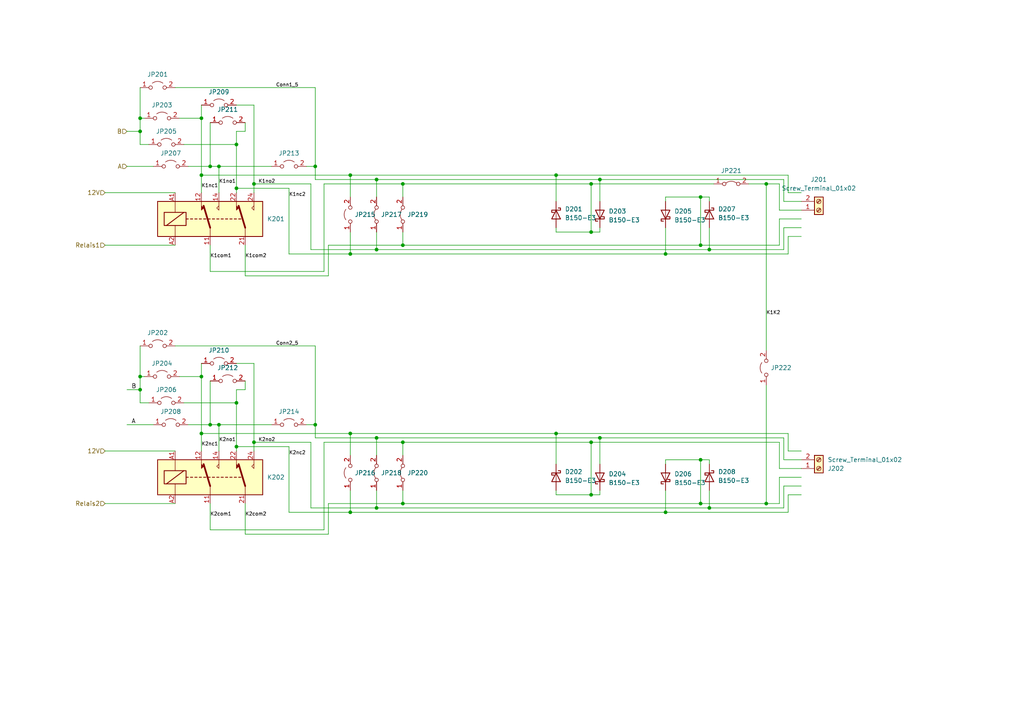
<source format=kicad_sch>
(kicad_sch (version 20211123) (generator eeschema)
  (paper "A4")
  (lib_symbols
    (symbol "Connector:Screw_Terminal_01x02" (pin_names (offset 1.016) hide)
      (property "Reference" "J" (at 0 2.54 0))
      (property "Value" "Screw_Terminal_01x02" (at 0 -5.08 0))
      (symbol "Screw_Terminal_01x02_1_1"
        (rectangle (start -1.27 1.27) (end 1.27 -3.81) (stroke (width 0.254)) (fill (type background)))
        (circle (center 0 -2.54) (radius 0.635) (stroke (width 0.1524)))
        (polyline (pts (xy -0.5334 -2.2098) (xy 0.3302 -3.048)) (stroke (width 0.1524)))
        (polyline (pts (xy -0.5334 0.3302) (xy 0.3302 -0.508)) (stroke (width 0.1524)))
        (polyline (pts (xy -0.3556 -2.032) (xy 0.508 -2.8702)) (stroke (width 0.1524)))
        (polyline (pts (xy -0.3556 0.508) (xy 0.508 -0.3302)) (stroke (width 0.1524)))
        (circle (center 0 0) (radius 0.635) (stroke (width 0.1524)))
        (pin passive line (at -5.08 0 0) (length 3.81) (name "Pin_1") (number "1"))
        (pin passive line (at -5.08 -2.54 0) (length 3.81) (name "Pin_2") (number "2"))
      )
    )
    (symbol "Diode:B150-E3" (pin_numbers hide) (pin_names hide)
      (property "Reference" "D" (at 0 2.54 0))
      (property "Value" "B150-E3" (at 0 -2.54 0))
      (symbol "B150-E3_0_1"
        (polyline (pts (xy 1.27 0) (xy -1.27 0)))
        (polyline (pts (xy 1.27 1.27) (xy 1.27 -1.27) (xy -1.27 0) (xy 1.27 1.27)) (stroke (width 0.254)))
        (polyline (pts (xy -1.905 0.635) (xy -1.905 1.27) (xy -1.27 1.27) (xy -1.27 -1.27) (xy -0.635 -1.27) (xy -0.635 -0.635)) (stroke (width 0.254)))
      )
      (symbol "B150-E3_1_1"
        (pin passive line (at -3.81 0 0) (length 2.54) (name "K") (number "1"))
        (pin passive line (at 3.81 0 180) (length 2.54) (name "A") (number "2"))
      )
    )
    (symbol "Jumper:Jumper_2_Bridged" (pin_names (offset 0) hide)
      (property "Reference" "JP" (at 0 1.905 0))
      (property "Value" "Jumper_2_Bridged" (at 0 -2.54 0))
      (symbol "Jumper_2_Bridged_0_0"
        (circle (center -2.032 0) (radius 0.508))
        (circle (center 2.032 0) (radius 0.508))
      )
      (symbol "Jumper_2_Bridged_0_1"
        (arc (start 1.524 0.254) (mid 0 0.762) (end -1.524 0.254))
      )
      (symbol "Jumper_2_Bridged_1_1"
        (pin passive line (at -5.08 0 0) (length 2.54) (name "A") (number "1"))
        (pin passive line (at 5.08 0 180) (length 2.54) (name "B") (number "2"))
      )
    )
    (symbol "Jumper:Jumper_2_Open" (pin_names (offset 0) hide)
      (property "Reference" "JP" (at 0 2.794 0))
      (property "Value" "Jumper_2_Open" (at 0 -2.286 0))
      (symbol "Jumper_2_Open_0_0"
        (circle (center -2.032 0) (radius 0.508))
        (circle (center 2.032 0) (radius 0.508))
      )
      (symbol "Jumper_2_Open_0_1"
        (arc (start 1.524 1.27) (mid 0 1.778) (end -1.524 1.27))
      )
      (symbol "Jumper_2_Open_1_1"
        (pin passive line (at -5.08 0 0) (length 2.54) (name "A") (number "1"))
        (pin passive line (at 5.08 0 180) (length 2.54) (name "B") (number "2"))
      )
    )
    (symbol "Relay:FINDER-40.52"
      (property "Reference" "K" (at 16.51 3.81 0))
      (property "Value" "FINDER-40.52" (at 16.51 1.27 0))
      (symbol "FINDER-40.52_0_1"
        (rectangle (start -15.24 5.08) (end 15.24 -5.08) (stroke (width 0.254)) (fill (type background)))
        (rectangle (start -13.335 1.905) (end -6.985 -1.905) (stroke (width 0.254)))
        (polyline (pts (xy -12.7 -1.905) (xy -7.62 1.905)) (stroke (width 0.254)))
        (polyline (pts (xy -10.16 -5.08) (xy -10.16 -1.905)))
        (polyline (pts (xy -10.16 5.08) (xy -10.16 1.905)))
        (polyline (pts (xy -6.985 0) (xy -6.35 0)) (stroke (width 0.254)))
        (polyline (pts (xy -5.715 0) (xy -5.08 0)) (stroke (width 0.254)))
        (polyline (pts (xy -4.445 0) (xy -3.81 0)) (stroke (width 0.254)))
        (polyline (pts (xy -3.175 0) (xy -2.54 0)) (stroke (width 0.254)))
        (polyline (pts (xy -1.905 0) (xy -1.27 0)) (stroke (width 0.254)))
        (polyline (pts (xy -0.635 0) (xy 0 0)) (stroke (width 0.254)))
        (polyline (pts (xy 0 -2.54) (xy -1.905 3.81)) (stroke (width 0.508)))
        (polyline (pts (xy 0 -2.54) (xy 0 -5.08)))
        (polyline (pts (xy 0.635 0) (xy 1.27 0)) (stroke (width 0.254)))
        (polyline (pts (xy 1.905 0) (xy 2.54 0)) (stroke (width 0.254)))
        (polyline (pts (xy 3.175 0) (xy 3.81 0)) (stroke (width 0.254)))
        (polyline (pts (xy 4.445 0) (xy 5.08 0)) (stroke (width 0.254)))
        (polyline (pts (xy 5.715 0) (xy 6.35 0)) (stroke (width 0.254)))
        (polyline (pts (xy 6.985 0) (xy 7.62 0)) (stroke (width 0.254)))
        (polyline (pts (xy 8.255 0) (xy 8.89 0)) (stroke (width 0.254)))
        (polyline (pts (xy 10.16 -2.54) (xy 8.255 3.81)) (stroke (width 0.508)))
        (polyline (pts (xy 10.16 -2.54) (xy 10.16 -5.08)))
        (polyline (pts (xy -2.54 5.08) (xy -2.54 2.54) (xy -1.905 3.175) (xy -2.54 3.81)) (fill (type outline)))
        (polyline (pts (xy 2.54 5.08) (xy 2.54 2.54) (xy 1.905 3.175) (xy 2.54 3.81)))
        (polyline (pts (xy 7.62 5.08) (xy 7.62 2.54) (xy 8.255 3.175) (xy 7.62 3.81)) (fill (type outline)))
        (polyline (pts (xy 12.7 5.08) (xy 12.7 2.54) (xy 12.065 3.175) (xy 12.7 3.81)))
      )
      (symbol "FINDER-40.52_1_1"
        (pin passive line (at 0 -7.62 90) (length 2.54) (name "~") (number "11"))
        (pin passive line (at -2.54 7.62 270) (length 2.54) (name "~") (number "12"))
        (pin passive line (at 2.54 7.62 270) (length 2.54) (name "~") (number "14"))
        (pin passive line (at 10.16 -7.62 90) (length 2.54) (name "~") (number "21"))
        (pin passive line (at 7.62 7.62 270) (length 2.54) (name "~") (number "22"))
        (pin passive line (at 12.7 7.62 270) (length 2.54) (name "~") (number "24"))
        (pin passive line (at -10.16 7.62 270) (length 2.54) (name "~") (number "A1"))
        (pin passive line (at -10.16 -7.62 90) (length 2.54) (name "~") (number "A2"))
      )
    )
  )
  (junction (at 58.42 125.73))
  (junction (at 58.42 34.29))
  (junction (at 193.04 148.59))
  (junction (at 73.66 53.34))
  (junction (at 173.99 52.07))
  (junction (at 101.6 125.73))
  (junction (at 161.29 125.73))
  (junction (at 40.64 113.03))
  (junction (at 173.99 127))
  (junction (at 116.84 71.12))
  (junction (at 171.45 143.51))
  (junction (at 161.29 50.8))
  (junction (at 63.5 123.19))
  (junction (at 193.04 73.66))
  (junction (at 60.96 123.19))
  (junction (at 58.42 109.22))
  (junction (at 40.64 109.22))
  (junction (at 205.74 72.39))
  (junction (at 68.58 129.54))
  (junction (at 222.25 146.05))
  (junction (at 203.2 57.15))
  (junction (at 40.64 34.29))
  (junction (at 205.74 147.32))
  (junction (at 203.2 133.35))
  (junction (at 109.22 127))
  (junction (at 171.45 53.34))
  (junction (at 68.58 41.91))
  (junction (at 109.22 147.32))
  (junction (at 101.6 50.8))
  (junction (at 171.45 128.27))
  (junction (at 116.84 146.05))
  (junction (at 109.22 52.07))
  (junction (at 58.42 50.8))
  (junction (at 60.96 48.26))
  (junction (at 109.22 72.39))
  (junction (at 101.6 148.59))
  (junction (at 91.44 123.19))
  (junction (at 73.66 128.27))
  (junction (at 116.84 128.27))
  (junction (at 101.6 73.66))
  (junction (at 116.84 53.34))
  (junction (at 203.2 71.12))
  (junction (at 203.2 146.05))
  (junction (at 68.58 116.84))
  (junction (at 222.25 53.34))
  (junction (at 171.45 67.31))
  (junction (at 68.58 54.61))
  (junction (at 91.44 48.26))
  (junction (at 40.64 38.1))
  (junction (at 63.5 48.26))
  (wire (pts (xy 91.44 123.19) (xy 88.9 123.19)))
  (wire (pts (xy 205.74 147.32) (xy 227.33 147.32)))
  (wire (pts (xy 95.25 71.12) (xy 116.84 71.12)))
  (wire (pts (xy 161.29 50.8) (xy 161.29 58.42)))
  (wire (pts (xy 83.82 129.54) (xy 68.58 129.54)))
  (wire (pts (xy 227.33 133.35) (xy 227.33 127)))
  (wire (pts (xy 53.34 41.91) (xy 68.58 41.91)))
  (wire (pts (xy 205.74 134.62) (xy 205.74 133.35)))
  (wire (pts (xy 53.34 116.84) (xy 68.58 116.84)))
  (wire (pts (xy 161.29 50.8) (xy 228.6 50.8)))
  (wire (pts (xy 161.29 142.24) (xy 161.29 143.51)))
  (wire (pts (xy 73.66 53.34) (xy 90.17 53.34)))
  (wire (pts (xy 101.6 50.8) (xy 161.29 50.8)))
  (wire (pts (xy 116.84 146.05) (xy 203.2 146.05)))
  (wire (pts (xy 171.45 53.34) (xy 207.01 53.34)))
  (wire (pts (xy 228.6 130.81) (xy 228.6 125.73)))
  (wire (pts (xy 58.42 105.41) (xy 58.42 109.22)))
  (wire (pts (xy 36.83 113.03) (xy 40.64 113.03)))
  (wire (pts (xy 109.22 52.07) (xy 109.22 57.15)))
  (wire (pts (xy 60.96 48.26) (xy 63.5 48.26)))
  (wire (pts (xy 90.17 147.32) (xy 109.22 147.32)))
  (wire (pts (xy 116.84 128.27) (xy 116.84 132.08)))
  (wire (pts (xy 173.99 127) (xy 173.99 134.62)))
  (wire (pts (xy 68.58 113.03) (xy 71.12 113.03)))
  (wire (pts (xy 91.44 123.19) (xy 91.44 100.33)))
  (wire (pts (xy 161.29 125.73) (xy 228.6 125.73)))
  (wire (pts (xy 161.29 66.04) (xy 161.29 67.31)))
  (wire (pts (xy 83.82 148.59) (xy 83.82 129.54)))
  (wire (pts (xy 116.84 142.24) (xy 116.84 146.05)))
  (wire (pts (xy 109.22 127) (xy 109.22 132.08)))
  (wire (pts (xy 73.66 105.41) (xy 73.66 128.27)))
  (wire (pts (xy 161.29 125.73) (xy 161.29 134.62)))
  (wire (pts (xy 193.04 142.24) (xy 193.04 148.59)))
  (wire (pts (xy 68.58 30.48) (xy 73.66 30.48)))
  (wire (pts (xy 58.42 125.73) (xy 101.6 125.73)))
  (wire (pts (xy 40.64 25.4) (xy 40.64 34.29)))
  (wire (pts (xy 161.29 67.31) (xy 171.45 67.31)))
  (wire (pts (xy 193.04 73.66) (xy 228.6 73.66)))
  (wire (pts (xy 60.96 35.56) (xy 60.96 48.26)))
  (wire (pts (xy 193.04 58.42) (xy 193.04 57.15)))
  (wire (pts (xy 71.12 154.94) (xy 71.12 146.05)))
  (wire (pts (xy 54.61 123.19) (xy 60.96 123.19)))
  (wire (pts (xy 68.58 105.41) (xy 73.66 105.41)))
  (wire (pts (xy 52.07 109.22) (xy 58.42 109.22)))
  (wire (pts (xy 91.44 48.26) (xy 91.44 25.4)))
  (wire (pts (xy 173.99 52.07) (xy 173.99 58.42)))
  (wire (pts (xy 68.58 38.1) (xy 71.12 38.1)))
  (wire (pts (xy 109.22 52.07) (xy 173.99 52.07)))
  (wire (pts (xy 54.61 48.26) (xy 60.96 48.26)))
  (wire (pts (xy 116.84 53.34) (xy 116.84 57.15)))
  (wire (pts (xy 161.29 143.51) (xy 171.45 143.51)))
  (wire (pts (xy 60.96 146.05) (xy 60.96 153.67)))
  (wire (pts (xy 63.5 123.19) (xy 63.5 130.81)))
  (wire (pts (xy 116.84 128.27) (xy 171.45 128.27)))
  (wire (pts (xy 232.41 133.35) (xy 227.33 133.35)))
  (wire (pts (xy 73.66 53.34) (xy 73.66 55.88)))
  (wire (pts (xy 73.66 128.27) (xy 73.66 130.81)))
  (wire (pts (xy 232.41 143.51) (xy 228.6 143.51)))
  (wire (pts (xy 90.17 72.39) (xy 109.22 72.39)))
  (wire (pts (xy 232.41 58.42) (xy 227.33 58.42)))
  (wire (pts (xy 173.99 142.24) (xy 173.99 143.51)))
  (wire (pts (xy 203.2 146.05) (xy 222.25 146.05)))
  (wire (pts (xy 203.2 133.35) (xy 203.2 146.05)))
  (wire (pts (xy 227.33 140.97) (xy 227.33 147.32)))
  (wire (pts (xy 93.98 53.34) (xy 116.84 53.34)))
  (wire (pts (xy 205.74 142.24) (xy 205.74 147.32)))
  (wire (pts (xy 68.58 41.91) (xy 68.58 38.1)))
  (wire (pts (xy 83.82 73.66) (xy 101.6 73.66)))
  (wire (pts (xy 63.5 48.26) (xy 63.5 55.88)))
  (wire (pts (xy 91.44 52.07) (xy 109.22 52.07)))
  (wire (pts (xy 60.96 71.12) (xy 60.96 78.74)))
  (wire (pts (xy 222.25 111.76) (xy 222.25 146.05)))
  (wire (pts (xy 68.58 116.84) (xy 68.58 113.03)))
  (wire (pts (xy 109.22 72.39) (xy 205.74 72.39)))
  (wire (pts (xy 83.82 148.59) (xy 101.6 148.59)))
  (wire (pts (xy 232.41 130.81) (xy 228.6 130.81)))
  (wire (pts (xy 30.48 71.12) (xy 50.8 71.12)))
  (wire (pts (xy 91.44 127) (xy 109.22 127)))
  (wire (pts (xy 205.74 72.39) (xy 227.33 72.39)))
  (wire (pts (xy 232.41 55.88) (xy 228.6 55.88)))
  (wire (pts (xy 203.2 71.12) (xy 226.06 71.12)))
  (wire (pts (xy 109.22 127) (xy 173.99 127)))
  (wire (pts (xy 232.41 138.43) (xy 226.06 138.43)))
  (wire (pts (xy 101.6 73.66) (xy 193.04 73.66)))
  (wire (pts (xy 50.8 25.4) (xy 91.44 25.4)))
  (wire (pts (xy 60.96 123.19) (xy 63.5 123.19)))
  (wire (pts (xy 101.6 125.73) (xy 161.29 125.73)))
  (wire (pts (xy 36.83 123.19) (xy 44.45 123.19)))
  (wire (pts (xy 173.99 67.31) (xy 173.99 66.04)))
  (wire (pts (xy 60.96 153.67) (xy 93.98 153.67)))
  (wire (pts (xy 52.07 34.29) (xy 58.42 34.29)))
  (wire (pts (xy 109.22 142.24) (xy 109.22 147.32)))
  (wire (pts (xy 228.6 143.51) (xy 228.6 148.59)))
  (wire (pts (xy 50.8 100.33) (xy 91.44 100.33)))
  (wire (pts (xy 232.41 66.04) (xy 227.33 66.04)))
  (wire (pts (xy 226.06 135.89) (xy 226.06 128.27)))
  (wire (pts (xy 36.83 48.26) (xy 44.45 48.26)))
  (wire (pts (xy 95.25 71.12) (xy 95.25 80.01)))
  (wire (pts (xy 205.74 66.04) (xy 205.74 72.39)))
  (wire (pts (xy 101.6 67.31) (xy 101.6 73.66)))
  (wire (pts (xy 226.06 63.5) (xy 226.06 71.12)))
  (wire (pts (xy 193.04 57.15) (xy 203.2 57.15)))
  (wire (pts (xy 228.6 68.58) (xy 228.6 73.66)))
  (wire (pts (xy 71.12 110.49) (xy 71.12 113.03)))
  (wire (pts (xy 222.25 53.34) (xy 222.25 101.6)))
  (wire (pts (xy 71.12 80.01) (xy 71.12 71.12)))
  (wire (pts (xy 226.06 138.43) (xy 226.06 146.05)))
  (wire (pts (xy 227.33 58.42) (xy 227.33 52.07)))
  (wire (pts (xy 222.25 53.34) (xy 226.06 53.34)))
  (wire (pts (xy 68.58 116.84) (xy 68.58 129.54)))
  (wire (pts (xy 93.98 128.27) (xy 116.84 128.27)))
  (wire (pts (xy 91.44 123.19) (xy 91.44 127)))
  (wire (pts (xy 228.6 55.88) (xy 228.6 50.8)))
  (wire (pts (xy 116.84 53.34) (xy 171.45 53.34)))
  (wire (pts (xy 101.6 148.59) (xy 193.04 148.59)))
  (wire (pts (xy 116.84 71.12) (xy 203.2 71.12)))
  (wire (pts (xy 40.64 38.1) (xy 40.64 41.91)))
  (wire (pts (xy 83.82 73.66) (xy 83.82 54.61)))
  (wire (pts (xy 78.74 123.19) (xy 63.5 123.19)))
  (wire (pts (xy 171.45 128.27) (xy 171.45 143.51)))
  (wire (pts (xy 30.48 130.81) (xy 50.8 130.81)))
  (wire (pts (xy 40.64 100.33) (xy 40.64 109.22)))
  (wire (pts (xy 101.6 125.73) (xy 101.6 132.08)))
  (wire (pts (xy 40.64 41.91) (xy 43.18 41.91)))
  (wire (pts (xy 58.42 34.29) (xy 58.42 50.8)))
  (wire (pts (xy 171.45 128.27) (xy 226.06 128.27)))
  (wire (pts (xy 101.6 142.24) (xy 101.6 148.59)))
  (wire (pts (xy 232.41 140.97) (xy 227.33 140.97)))
  (wire (pts (xy 71.12 35.56) (xy 71.12 38.1)))
  (wire (pts (xy 40.64 116.84) (xy 43.18 116.84)))
  (wire (pts (xy 78.74 48.26) (xy 63.5 48.26)))
  (wire (pts (xy 109.22 67.31) (xy 109.22 72.39)))
  (wire (pts (xy 60.96 110.49) (xy 60.96 123.19)))
  (wire (pts (xy 71.12 80.01) (xy 95.25 80.01)))
  (wire (pts (xy 193.04 133.35) (xy 203.2 133.35)))
  (wire (pts (xy 171.45 67.31) (xy 173.99 67.31)))
  (wire (pts (xy 90.17 53.34) (xy 90.17 72.39)))
  (wire (pts (xy 193.04 134.62) (xy 193.04 133.35)))
  (wire (pts (xy 93.98 53.34) (xy 93.98 78.74)))
  (wire (pts (xy 226.06 60.96) (xy 226.06 53.34)))
  (wire (pts (xy 58.42 30.48) (xy 58.42 34.29)))
  (wire (pts (xy 232.41 135.89) (xy 226.06 135.89)))
  (wire (pts (xy 41.91 34.29) (xy 40.64 34.29)))
  (wire (pts (xy 73.66 30.48) (xy 73.66 53.34)))
  (wire (pts (xy 58.42 50.8) (xy 101.6 50.8)))
  (wire (pts (xy 58.42 109.22) (xy 58.42 125.73)))
  (wire (pts (xy 205.74 57.15) (xy 205.74 58.42)))
  (wire (pts (xy 171.45 53.34) (xy 171.45 67.31)))
  (wire (pts (xy 36.83 38.1) (xy 40.64 38.1)))
  (wire (pts (xy 68.58 54.61) (xy 68.58 55.88)))
  (wire (pts (xy 58.42 50.8) (xy 58.42 55.88)))
  (wire (pts (xy 232.41 68.58) (xy 228.6 68.58)))
  (wire (pts (xy 95.25 146.05) (xy 116.84 146.05)))
  (wire (pts (xy 193.04 148.59) (xy 228.6 148.59)))
  (wire (pts (xy 171.45 143.51) (xy 173.99 143.51)))
  (wire (pts (xy 68.58 129.54) (xy 68.58 130.81)))
  (wire (pts (xy 203.2 57.15) (xy 205.74 57.15)))
  (wire (pts (xy 73.66 128.27) (xy 90.17 128.27)))
  (wire (pts (xy 203.2 57.15) (xy 203.2 71.12)))
  (wire (pts (xy 30.48 55.88) (xy 50.8 55.88)))
  (wire (pts (xy 222.25 146.05) (xy 226.06 146.05)))
  (wire (pts (xy 83.82 54.61) (xy 68.58 54.61)))
  (wire (pts (xy 93.98 128.27) (xy 93.98 153.67)))
  (wire (pts (xy 90.17 128.27) (xy 90.17 147.32)))
  (wire (pts (xy 30.48 146.05) (xy 50.8 146.05)))
  (wire (pts (xy 40.64 113.03) (xy 40.64 116.84)))
  (wire (pts (xy 68.58 41.91) (xy 68.58 54.61)))
  (wire (pts (xy 109.22 147.32) (xy 205.74 147.32)))
  (wire (pts (xy 40.64 109.22) (xy 40.64 113.03)))
  (wire (pts (xy 91.44 48.26) (xy 91.44 52.07)))
  (wire (pts (xy 227.33 66.04) (xy 227.33 72.39)))
  (wire (pts (xy 41.91 109.22) (xy 40.64 109.22)))
  (wire (pts (xy 173.99 127) (xy 227.33 127)))
  (wire (pts (xy 232.41 60.96) (xy 226.06 60.96)))
  (wire (pts (xy 173.99 52.07) (xy 227.33 52.07)))
  (wire (pts (xy 101.6 50.8) (xy 101.6 57.15)))
  (wire (pts (xy 91.44 48.26) (xy 88.9 48.26)))
  (wire (pts (xy 71.12 154.94) (xy 95.25 154.94)))
  (wire (pts (xy 95.25 146.05) (xy 95.25 154.94)))
  (wire (pts (xy 217.17 53.34) (xy 222.25 53.34)))
  (wire (pts (xy 203.2 133.35) (xy 205.74 133.35)))
  (wire (pts (xy 60.96 78.74) (xy 93.98 78.74)))
  (wire (pts (xy 58.42 125.73) (xy 58.42 130.81)))
  (wire (pts (xy 232.41 63.5) (xy 226.06 63.5)))
  (wire (pts (xy 193.04 66.04) (xy 193.04 73.66)))
  (wire (pts (xy 116.84 67.31) (xy 116.84 71.12)))
  (wire (pts (xy 40.64 34.29) (xy 40.64 38.1)))
  (label "Conn2_5" (at 80.01 100.33 0) (effects (font (size 1 1))))
  (label "K2no2" (at 74.93 128.27 0) (effects (font (size 1 1))))
  (label "Conn1_5" (at 80.01 25.4 0) (effects (font (size 1 1))))
  (label "K1com2" (at 71.12 74.93 0) (effects (font (size 1 1))))
  (label "K2no1" (at 63.5 128.27 0) (effects (font (size 1 1))))
  (label "A" (at 38.1 123.19 0))
  (label "K2com2" (at 71.12 149.86 0) (effects (font (size 1 1))))
  (label "K1com1" (at 60.96 74.93 0) (effects (font (size 1 1))))
  (label "K1nc2" (at 83.82 57.15 0) (effects (font (size 1 1))))
  (label "B" (at 38.1 113.03 0))
  (label "K1no2" (at 74.93 53.34 0) (effects (font (size 1 1))))
  (label "K2com1" (at 60.96 149.86 0) (effects (font (size 1 1))))
  (label "K1no1" (at 63.5 53.34 0) (effects (font (size 1 1))))
  (label "K1K2" (at 222.25 91.44 0) (effects (font (size 1 1))))
  (label "K2nc1" (at 58.42 129.54 0) (effects (font (size 1 1))))
  (label "K2nc2" (at 83.82 132.08 0) (effects (font (size 1 1))))
  (label "K1nc1" (at 58.42 54.61 0) (effects (font (size 1 1))))
  (hierarchical_label "Relais1" (shape input) (at 30.48 71.12 180))
  (hierarchical_label "12V" (shape input) (at 30.48 55.88 180))
  (hierarchical_label "Relais2" (shape input) (at 30.48 146.05 180))
  (hierarchical_label "12V" (shape input) (at 30.48 130.81 180))
  (hierarchical_label "A" (shape input) (at 36.83 48.26 180))
  (hierarchical_label "B" (shape input) (at 36.83 38.1 180))
  (symbol (lib_id "Diode:B150-E3") (at 173.99 138.43 90)
    (property "Reference" "D204" (at 176.53 137.4774 90) (effects (justify right)))
    (property "Value" "B150-E3" (at 176.53 140.0174 90) (effects (justify right)))
    (property "Footprint" "Diode_SMD:D_SMA" (effects hide))
    (property "Datasheet" "http://www.vishay.com/docs/88946/b120.pdf" (effects hide))
  )
  (symbol (lib_id "Connector:Screw_Terminal_01x02") (at 237.49 60.96 0) (mirror x) (unit 1)
    (property "Reference" "J201" (at 237.49 52.07 0))
    (property "Value" "Screw_Terminal_01x02" (at 237.49 54.61 0))
    (property "Footprint" "TerminalBlock_Phoenix:TerminalBlock_Phoenix_PT-1,5-2-3.5-H_1x02_P3.50mm_Horizontal" (effects hide))
  )
  (symbol (lib_id "Jumper:Jumper_2_Open") (at 101.6 62.23 90)
    (property "Reference" "JP215" (at 102.87 62.2299 90) (effects (justify right)))
    (property "Value" "Jumper_2_Open" (effects hide))
    (property "Footprint" "Connector_PinHeader_2.54mm:PinHeader_1x02_P2.54mm_Vertical" (effects hide))
  )
  (symbol (lib_id "Jumper:Jumper_2_Open") (at 66.04 35.56 0)
    (property "Reference" "JP211" (at 66.04 31.75 0))
    (property "Value" "Jumper_2_Open" (effects hide))
    (property "Footprint" "Connector_PinHeader_2.54mm:PinHeader_1x02_P2.54mm_Vertical" (effects hide))
  )
  (symbol (lib_id "Jumper:Jumper_2_Open") (at 45.72 100.33 0)
    (property "Reference" "JP202" (at 45.72 96.52 0))
    (property "Value" "Jumper_2_Open" (effects hide))
    (property "Footprint" "Connector_PinHeader_2.54mm:PinHeader_1x02_P2.54mm_Vertical" (effects hide))
  )
  (symbol (lib_id "Jumper:Jumper_2_Bridged") (at 116.84 137.16 90) (unit 1)
    (property "Reference" "JP220" (at 118.11 137.1599 90) (effects (justify right)))
    (property "Value" "Jumper_2_Bridged" (effects hide))
    (property "Footprint" "Connector_PinSocket_2.54mm:PinSocket_1x02_P2.54mm_Vertical" (effects hide))
  )
  (symbol (lib_id "Relay:FINDER-40.52") (at 60.96 63.5 0)
    (property "Reference" "K201" (at 77.47 63.4999 0) (effects (justify left)))
    (property "Value" "FINDER-40.52" (effects hide))
    (property "Footprint" "Relay_THT:Relay_DPDT_Finder_40.52" (effects hide))
    (property "Datasheet" "http://gfinder.findernet.com/assets/Series/353/S40EN.pdf" (effects hide))
  )
  (symbol (lib_id "Jumper:Jumper_2_Open") (at 63.5 105.41 0)
    (property "Reference" "JP210" (at 63.5 101.6 0))
    (property "Value" "Jumper_2_Open" (effects hide))
    (property "Footprint" "Connector_PinHeader_2.54mm:PinHeader_1x02_P2.54mm_Vertical" (effects hide))
  )
  (symbol (lib_id "Relay:FINDER-40.52") (at 60.96 138.43 0)
    (property "Reference" "K202" (at 77.47 138.4299 0) (effects (justify left)))
    (property "Value" "FINDER-40.52" (effects hide))
    (property "Footprint" "Relay_THT:Relay_DPDT_Finder_40.52" (effects hide))
    (property "Datasheet" "http://gfinder.findernet.com/assets/Series/353/S40EN.pdf" (effects hide))
  )
  (symbol (lib_id "Jumper:Jumper_2_Open") (at 45.72 25.4 0)
    (property "Reference" "JP201" (at 45.72 21.59 0))
    (property "Value" "Jumper_2_Open" (effects hide))
    (property "Footprint" "Connector_PinHeader_2.54mm:PinHeader_1x02_P2.54mm_Vertical" (effects hide))
  )
  (symbol (lib_id "Diode:B150-E3") (at 193.04 138.43 90)
    (property "Reference" "D206" (at 195.58 137.4774 90) (effects (justify right)))
    (property "Value" "B150-E3" (at 195.58 140.0174 90) (effects (justify right)))
    (property "Footprint" "Diode_SMD:D_SMA" (effects hide))
    (property "Datasheet" "http://www.vishay.com/docs/88946/b120.pdf" (effects hide))
  )
  (symbol (lib_id "Diode:B150-E3") (at 161.29 138.43 270)
    (property "Reference" "D202" (at 163.83 136.8424 90) (effects (justify left)))
    (property "Value" "B150-E3" (at 163.83 139.3824 90) (effects (justify left)))
    (property "Footprint" "Diode_SMD:D_SMA" (effects hide))
    (property "Datasheet" "http://www.vishay.com/docs/88946/b120.pdf" (effects hide))
  )
  (symbol (lib_id "Jumper:Jumper_2_Open") (at 83.82 48.26 0)
    (property "Reference" "JP213" (at 83.82 44.45 0))
    (property "Value" "Jumper_2_Open" (effects hide))
    (property "Footprint" "Connector_PinHeader_2.54mm:PinHeader_1x02_P2.54mm_Vertical" (effects hide))
  )
  (symbol (lib_id "Jumper:Jumper_2_Open") (at 49.53 123.19 0)
    (property "Reference" "JP208" (at 49.53 119.38 0))
    (property "Value" "Jumper_2_Open" (effects hide))
    (property "Footprint" "Connector_PinHeader_2.54mm:PinHeader_1x02_P2.54mm_Vertical" (effects hide))
  )
  (symbol (lib_id "Jumper:Jumper_2_Open") (at 63.5 30.48 0)
    (property "Reference" "JP209" (at 63.5 26.67 0))
    (property "Value" "Jumper_2_Open" (effects hide))
    (property "Footprint" "Connector_PinHeader_2.54mm:PinHeader_1x02_P2.54mm_Vertical" (effects hide))
  )
  (symbol (lib_id "Jumper:Jumper_2_Bridged") (at 212.09 53.34 0) (unit 1)
    (property "Reference" "JP221" (at 212.09 49.53 0))
    (property "Value" "Jumper_2_Bridged" (effects hide))
    (property "Footprint" "Connector_PinSocket_2.54mm:PinSocket_1x02_P2.54mm_Vertical" (effects hide))
  )
  (symbol (lib_id "Jumper:Jumper_2_Open") (at 83.82 123.19 0)
    (property "Reference" "JP214" (at 83.82 119.38 0))
    (property "Value" "Jumper_2_Open" (effects hide))
    (property "Footprint" "Connector_PinHeader_2.54mm:PinHeader_1x02_P2.54mm_Vertical" (effects hide))
  )
  (symbol (lib_id "Jumper:Jumper_2_Open") (at 48.26 41.91 0)
    (property "Reference" "JP205" (at 48.26 38.1 0))
    (property "Value" "Jumper_2_Open" (effects hide))
    (property "Footprint" "Connector_PinHeader_2.54mm:PinHeader_1x02_P2.54mm_Vertical" (effects hide))
  )
  (symbol (lib_id "Jumper:Jumper_2_Open") (at 48.26 116.84 0)
    (property "Reference" "JP206" (at 48.26 113.03 0))
    (property "Value" "Jumper_2_Open" (effects hide))
    (property "Footprint" "Connector_PinHeader_2.54mm:PinHeader_1x02_P2.54mm_Vertical" (effects hide))
  )
  (symbol (lib_id "Jumper:Jumper_2_Bridged") (at 109.22 137.16 90) (unit 1)
    (property "Reference" "JP218" (at 110.49 137.1599 90) (effects (justify right)))
    (property "Value" "Jumper_2_Bridged" (effects hide))
    (property "Footprint" "Connector_PinSocket_2.54mm:PinSocket_1x02_P2.54mm_Vertical" (effects hide))
  )
  (symbol (lib_id "Jumper:Jumper_2_Open") (at 49.53 48.26 0)
    (property "Reference" "JP207" (at 49.53 44.45 0))
    (property "Value" "Jumper_2_Open" (effects hide))
    (property "Footprint" "Connector_PinHeader_2.54mm:PinHeader_1x02_P2.54mm_Vertical" (effects hide))
  )
  (symbol (lib_id "Jumper:Jumper_2_Open") (at 222.25 106.68 90)
    (property "Reference" "JP222" (at 223.52 106.6799 90) (effects (justify right)))
    (property "Value" "Jumper_2_Open" (effects hide))
    (property "Footprint" "Connector_PinHeader_2.54mm:PinHeader_1x02_P2.54mm_Vertical" (effects hide))
  )
  (symbol (lib_id "Jumper:Jumper_2_Open") (at 101.6 137.16 90)
    (property "Reference" "JP216" (at 102.87 137.1599 90) (effects (justify right)))
    (property "Value" "Jumper_2_Open" (effects hide))
    (property "Footprint" "Connector_PinHeader_2.54mm:PinHeader_1x02_P2.54mm_Vertical" (effects hide))
  )
  (symbol (lib_id "Diode:B150-E3") (at 205.74 138.43 270)
    (property "Reference" "D208" (at 208.28 136.8424 90) (effects (justify left)))
    (property "Value" "B150-E3" (at 208.28 139.3824 90) (effects (justify left)))
    (property "Footprint" "Diode_SMD:D_SMA" (effects hide))
    (property "Datasheet" "http://www.vishay.com/docs/88946/b120.pdf" (effects hide))
  )
  (symbol (lib_id "Jumper:Jumper_2_Bridged") (at 116.84 62.23 90) (unit 1)
    (property "Reference" "JP219" (at 118.11 62.2299 90) (effects (justify right)))
    (property "Value" "Jumper_2_Bridged" (effects hide))
    (property "Footprint" "Connector_PinSocket_2.54mm:PinSocket_1x02_P2.54mm_Vertical" (effects hide))
  )
  (symbol (lib_id "Jumper:Jumper_2_Open") (at 46.99 34.29 0)
    (property "Reference" "JP203" (at 46.99 30.48 0))
    (property "Value" "Jumper_2_Open" (effects hide))
    (property "Footprint" "Connector_PinHeader_2.54mm:PinHeader_1x02_P2.54mm_Vertical" (effects hide))
  )
  (symbol (lib_id "Jumper:Jumper_2_Open") (at 66.04 110.49 0)
    (property "Reference" "JP212" (at 66.04 106.68 0))
    (property "Value" "Jumper_2_Open" (effects hide))
    (property "Footprint" "Connector_PinHeader_2.54mm:PinHeader_1x02_P2.54mm_Vertical" (effects hide))
  )
  (symbol (lib_id "Diode:B150-E3") (at 193.04 62.23 90)
    (property "Reference" "D205" (at 195.58 61.2774 90) (effects (justify right)))
    (property "Value" "B150-E3" (at 195.58 63.8174 90) (effects (justify right)))
    (property "Footprint" "Diode_SMD:D_SMA" (effects hide))
    (property "Datasheet" "http://www.vishay.com/docs/88946/b120.pdf" (effects hide))
  )
  (symbol (lib_id "Diode:B150-E3") (at 205.74 62.23 270)
    (property "Reference" "D207" (at 208.28 60.6424 90) (effects (justify left)))
    (property "Value" "B150-E3" (at 208.28 63.1824 90) (effects (justify left)))
    (property "Footprint" "Diode_SMD:D_SMA" (effects hide))
    (property "Datasheet" "http://www.vishay.com/docs/88946/b120.pdf" (effects hide))
  )
  (symbol (lib_id "Jumper:Jumper_2_Bridged") (at 109.22 62.23 90) (unit 1)
    (property "Reference" "JP217" (at 110.49 62.2299 90) (effects (justify right)))
    (property "Value" "Jumper_2_Bridged" (effects hide))
    (property "Footprint" "Connector_PinSocket_2.54mm:PinSocket_1x02_P2.54mm_Vertical" (effects hide))
  )
  (symbol (lib_id "Jumper:Jumper_2_Open") (at 46.99 109.22 0)
    (property "Reference" "JP204" (at 46.99 105.41 0))
    (property "Value" "Jumper_2_Open" (effects hide))
    (property "Footprint" "Connector_PinHeader_2.54mm:PinHeader_1x02_P2.54mm_Vertical" (effects hide))
  )
  (symbol (lib_id "Diode:B150-E3") (at 173.99 62.23 90)
    (property "Reference" "D203" (at 176.53 61.2774 90) (effects (justify right)))
    (property "Value" "B150-E3" (at 176.53 63.8174 90) (effects (justify right)))
    (property "Footprint" "Diode_SMD:D_SMA" (effects hide))
    (property "Datasheet" "http://www.vishay.com/docs/88946/b120.pdf" (effects hide))
  )
  (symbol (lib_id "Diode:B150-E3") (at 161.29 62.23 270)
    (property "Reference" "D201" (at 163.83 60.6424 90) (effects (justify left)))
    (property "Value" "B150-E3" (at 163.83 63.1824 90) (effects (justify left)))
    (property "Footprint" "Diode_SMD:D_SMA" (effects hide))
    (property "Datasheet" "http://www.vishay.com/docs/88946/b120.pdf" (effects hide))
  )
  (symbol (lib_id "Connector:Screw_Terminal_01x02") (at 237.49 135.89 0) (mirror x) (unit 1)
    (property "Reference" "J202" (at 240.03 135.8901 0) (effects (justify left)))
    (property "Value" "Screw_Terminal_01x02" (at 240.03 133.3501 0) (effects (justify left)))
    (property "Footprint" "TerminalBlock_Phoenix:TerminalBlock_Phoenix_PT-1,5-2-3.5-H_1x02_P3.50mm_Horizontal" (effects hide))
  )
)
</source>
